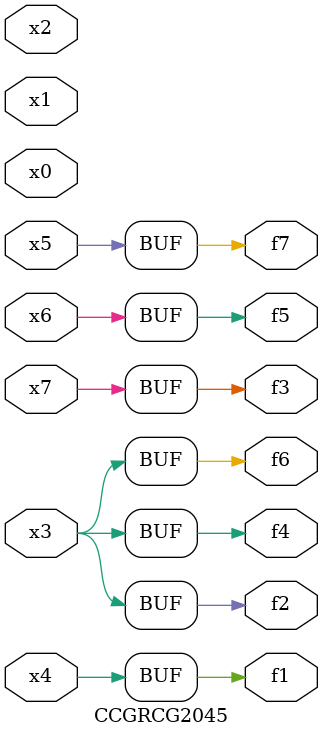
<source format=v>
module CCGRCG2045(
	input x0, x1, x2, x3, x4, x5, x6, x7,
	output f1, f2, f3, f4, f5, f6, f7
);
	assign f1 = x4;
	assign f2 = x3;
	assign f3 = x7;
	assign f4 = x3;
	assign f5 = x6;
	assign f6 = x3;
	assign f7 = x5;
endmodule

</source>
